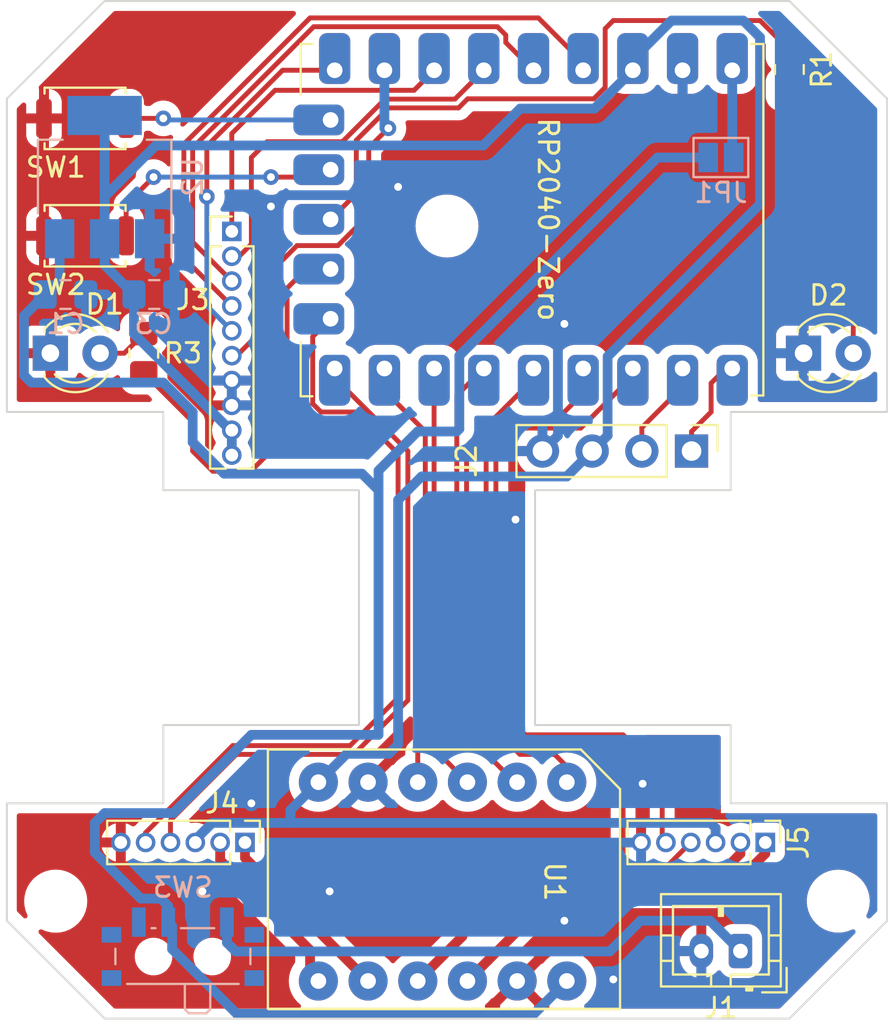
<source format=kicad_pcb>
(kicad_pcb (version 20211014) (generator pcbnew)
  (layers (0 "F.Cu" signal) (31 "B.Cu" signal) (34 "B.Paste" user) (35 "F.Paste" user) (36 "B.SilkS" user "B.Silkscreen") (37 "F.SilkS" user "F.Silkscreen") (38 "B.Mask" user) (39 "F.Mask" user) (44 "Edge.Cuts" user))
  (net 0 "")
  (net 1 "GND")
  (net 2 "Net-(D1-Pad2)")
  (net 3 "Net-(D2-Pad2)")
  (net 4 "+BATT")
  (net 5 "Net-(J1-Pad1)")
  (net 6 "TX")
  (net 7 "+3V3")
  (net 8 "GP7")
  (net 9 "GP6")
  (net 10 "GP9")
  (net 11 "GP8")
  (net 12 "RX")
  (net 13 "GP2")
  (net 14 "GP3")
  (net 15 "GP4")
  (net 16 "GP5")
  (net 17 "A0")
  (net 18 "Net-(J4-Pad2)")
  (net 19 "Net-(J4-Pad1)")
  (net 20 "Net-(J5-Pad2)")
  (net 21 "Net-(J5-Pad1)")
  (net 22 "A1")
  (net 23 "A2")
  (net 24 "A3")
  (net 25 "GP14")
  (net 26 "GP15")
  (net 27 "Net-(RZ1-Pad23)")
  (net 28 "GP11")
  (net 29 "GP10")
  (net 30 "GP12")
  (net 31 "GP13")
  (footprint "Button_Switch_SMD:SW_Push_SPST_NO_Alps_SKRK" (layer "F.Cu") (at 111.5 85 180)
    (fp_text reference "SW1" (at 1.5 -2.5) (layer "F.SilkS"))
    (fp_text value "SW_Push" hide)
    (fp_line (start -2.07 -1.57) (end 2.07 -1.57) (layer "F.SilkS") (width 0.12))
    (fp_line (start -2.07 1.57) (end -2.07 1.27) (layer "F.SilkS") (width 0.12))
    (fp_line (start -2.07 -1.27) (end -2.07 -1.57) (layer "F.SilkS") (width 0.12))
    (fp_line (start 2.07 -1.57) (end 2.07 -1.27) (layer "F.SilkS") (width 0.12))
    (fp_line (start 2.07 1.57) (end -2.07 1.57) (layer "F.SilkS") (width 0.12))
    (fp_line (start 2.07 1.27) (end 2.07 1.57) (layer "F.SilkS") (width 0.12))
    (pad "1" smd roundrect (at -2.1 0 180) (size 0.8 2) (layers "F.Cu" "F.Paste" "F.Mask") (net 31 "GP13"))
    (pad "2" smd roundrect (at 2.1 0 180) (size 0.8 2) (layers "F.Cu" "F.Paste" "F.Mask") (net 1 "GND"))
  )
  (footprint "LED_THT:LED_D3.0mm" (layer "F.Cu") (at 148.225 97)
    (fp_text reference "D2" (at 1.27 -2.96) (layer "F.SilkS"))
    (fp_text value "LED" hide)
    (fp_line (start -0.29 1.08) (end -0.29 1.236) (layer "F.SilkS") (width 0.12))
    (fp_line (start -0.29 -1.236) (end -0.29 -1.08) (layer "F.SilkS") (width 0.12))
    (fp_arc (start 0.229039 -1.08) (mid 1.270117 -1.5) (end 2.31113 -1.079837) (layer "F.SilkS") (width 0.12))
    (fp_arc (start -0.29 -1.235516) (mid 1.366487 -1.987659) (end 2.942335 -1.078608) (layer "F.SilkS") (width 0.12))
    (fp_arc (start 2.31113 1.079837) (mid 1.270117 1.5) (end 0.229039 1.08) (layer "F.SilkS") (width 0.12))
    (fp_arc (start 2.942335 1.078608) (mid 1.366487 1.987659) (end -0.29 1.235516) (layer "F.SilkS") (width 0.12))
    (pad "1" thru_hole rect (at 0 0) (size 1.8 1.8) (drill 0.9) (layers *.Cu *.Mask) (net 1 "GND"))
    (pad "2" thru_hole circle (at 2.54 0) (size 1.8 1.8) (drill 0.9) (layers *.Cu *.Mask) (net 3 "Net-(D2-Pad2)"))
  )
  (footprint "Connector_PinHeader_1.27mm:PinHeader_1x10_P1.27mm_Vertical" (layer "F.Cu") (at 119 90.775)
    (fp_text reference "J3" (at -2 3.5) (layer "F.SilkS"))
    (fp_text value "Sensors")
    (fp_line (start -1.11 0.76) (end -0.563471 0.76) (layer "F.SilkS") (width 0.12))
    (fp_line (start -1.11 12.125) (end -0.30753 12.125) (layer "F.SilkS") (width 0.12))
    (fp_line (start 1.11 0.76) (end 1.11 12.125) (layer "F.SilkS") (width 0.12))
    (fp_line (start 0.563471 0.76) (end 1.11 0.76) (layer "F.SilkS") (width 0.12))
    (fp_line (start -1.11 -0.76) (end 0 -0.76) (layer "F.SilkS") (width 0.12))
    (fp_line (start 0.30753 12.125) (end 1.11 12.125) (layer "F.SilkS") (width 0.12))
    (fp_line (start -1.11 0) (end -1.11 -0.76) (layer "F.SilkS") (width 0.12))
    (fp_line (start -1.11 0.76) (end -1.11 12.125) (layer "F.SilkS") (width 0.12))
    (pad "1" thru_hole rect (at 0 0) (size 1 1) (drill 0.65) (layers *.Cu *.Mask) (net 17 "A0"))
    (pad "2" thru_hole oval (at 0 1.27) (size 1 1) (drill 0.65) (layers *.Cu *.Mask) (net 22 "A1"))
    (pad "3" thru_hole oval (at 0 2.54) (size 1 1) (drill 0.65) (layers *.Cu *.Mask) (net 23 "A2"))
    (pad "4" thru_hole oval (at 0 3.81) (size 1 1) (drill 0.65) (layers *.Cu *.Mask) (net 24 "A3"))
    (pad "5" thru_hole oval (at 0 5.08) (size 1 1) (drill 0.65) (layers *.Cu *.Mask) (net 25 "GP14"))
    (pad "6" thru_hole oval (at 0 6.35) (size 1 1) (drill 0.65) (layers *.Cu *.Mask) (net 26 "GP15"))
    (pad "7" thru_hole oval (at 0 7.62) (size 1 1) (drill 0.65) (layers *.Cu *.Mask) (net 1 "GND"))
    (pad "8" thru_hole oval (at 0 8.89) (size 1 1) (drill 0.65) (layers *.Cu *.Mask) (net 1 "GND"))
    (pad "9" thru_hole oval (at 0 10.16) (size 1 1) (drill 0.65) (layers *.Cu *.Mask) (net 7 "+3V3"))
    (pad "10" thru_hole oval (at 0 11.43) (size 1 1) (drill 0.65) (layers *.Cu *.Mask) (net 7 "+3V3"))
  )
  (footprint "MountingHole:MountingHole_2.2mm_M2" (layer "F.Cu") (at 130 90.5)
    (fp_text reference "REFH1" hide)
    (fp_text value "MountingHole_2.2mm_M2" hide)
    (pad "" np_thru_hole circle locked (at 0 0) (size 2.2 2.2) (drill 2.2) (layers *.Cu *.Mask))
  )
  (footprint "Button_Switch_SMD:SW_Push_SPST_NO_Alps_SKRK" (layer "F.Cu") (at 111.5 91 180)
    (fp_text reference "SW2" (at 1.5 -2.5) (layer "F.SilkS"))
    (fp_text value "SW_Push" hide)
    (fp_line (start -2.07 1.57) (end -2.07 1.27) (layer "F.SilkS") (width 0.12))
    (fp_line (start 2.07 1.57) (end -2.07 1.57) (layer "F.SilkS") (width 0.12))
    (fp_line (start -2.07 -1.57) (end 2.07 -1.57) (layer "F.SilkS") (width 0.12))
    (fp_line (start 2.07 1.27) (end 2.07 1.57) (layer "F.SilkS") (width 0.12))
    (fp_line (start 2.07 -1.57) (end 2.07 -1.27) (layer "F.SilkS") (width 0.12))
    (fp_line (start -2.07 -1.27) (end -2.07 -1.57) (layer "F.SilkS") (width 0.12))
    (pad "1" smd roundrect (at -2.1 0 180) (size 0.8 2) (layers "F.Cu" "F.Paste" "F.Mask") (net 30 "GP12"))
    (pad "2" smd roundrect (at 2.1 0 180) (size 0.8 2) (layers "F.Cu" "F.Paste" "F.Mask") (net 1 "GND"))
  )
  (footprint "MountingHole:MountingHole_2.2mm_M2" (layer "F.Cu") (at 150 125)
    (fp_text reference "REFH3" hide)
    (fp_text value "MountingHole_2.2mm_M2" hide)
    (pad "" np_thru_hole circle locked (at 0 0) (size 2.2 2.2) (drill 2.2) (layers *.Cu *.Mask))
  )
  (footprint "Connector_PinHeader_2.54mm:PinHeader_1x04_P2.54mm_Vertical" (layer "F.Cu") (at 142.5 102 -90)
    (fp_text reference "J2" (at 0.5 11.5 90) (layer "F.SilkS"))
    (fp_text value "Serial")
    (fp_line (start -1.33 1.27) (end 1.33 1.27) (layer "F.SilkS") (width 0.12))
    (fp_line (start -1.33 -1.33) (end 0 -1.33) (layer "F.SilkS") (width 0.12))
    (fp_line (start -1.33 1.27) (end -1.33 8.95) (layer "F.SilkS") (width 0.12))
    (fp_line (start -1.33 8.95) (end 1.33 8.95) (layer "F.SilkS") (width 0.12))
    (fp_line (start -1.33 0) (end -1.33 -1.33) (layer "F.SilkS") (width 0.12))
    (fp_line (start 1.33 1.27) (end 1.33 8.95) (layer "F.SilkS") (width 0.12))
    (pad "1" thru_hole rect (at 0 0 270) (size 1.7 1.7) (drill 1) (layers *.Cu *.Mask) (net 6 "TX"))
    (pad "2" thru_hole oval (at 0 2.54 270) (size 1.7 1.7) (drill 1) (layers *.Cu *.Mask) (net 12 "RX"))
    (pad "3" thru_hole oval (at 0 5.08 270) (size 1.7 1.7) (drill 1) (layers *.Cu *.Mask) (net 7 "+3V3"))
    (pad "4" thru_hole oval (at 0 7.62 270) (size 1.7 1.7) (drill 1) (layers *.Cu *.Mask) (net 1 "GND"))
  )
  (footprint "RP2040-Zero-Kicad:RP2040-Zero" (layer "F.Cu") (at 121.72 80 -90)
    (fp_text reference "RZ1")
    (fp_text value "RP2040-Zero" (at 10.16 -13.45 -90 unlocked) (layer "F.SilkS"))
    (fp_line (start 3.8 -0.8) (end 1.2 -0.8) (layer "F.SilkS") (width 0.12))
    (fp_line (start 1.2 -0.8) (end 1.2 -1.4) (layer "F.SilkS") (width 0.12))
    (fp_line (start 1.2 -24.45) (end 1.2 -23.8) (layer "F.SilkS") (width 0.12))
    (fp_line (start 19.16 -24.45) (end 19.16 -23.8) (layer "F.SilkS") (width 0.12))
    (fp_line (start 19.2 -1.4) (end 19.2 -0.8) (layer "F.SilkS") (width 0.12))
    (fp_line (start 19.16 -24.45) (end 1.2 -24.45) (layer "F.SilkS") (width 0.12))
    (fp_line (start 19.2 -0.8) (end 16.4 -0.8) (layer "F.SilkS") (width 0.12))
    (pad "1" thru_hole roundrect (at 17.78 -22.86 270) (size 2.6 1.6) (drill 0.8 (offset 0.6 0)) (layers *.Cu *.Mask) (net 6 "TX"))
    (pad "2" thru_hole roundrect (at 17.78 -20.32 270) (size 2.6 1.6) (drill 0.8 (offset 0.6 0)) (layers *.Cu *.Mask) (net 12 "RX"))
    (pad "3" thru_hole roundrect (at 17.78 -17.78 270) (size 2.6 1.6) (drill 0.8 (offset 0.6 0)) (layers *.Cu *.Mask) (net 13 "GP2"))
    (pad "4" thru_hole roundrect (at 17.78 -15.24 270) (size 2.6 1.6) (drill 0.8 (offset 0.6 0)) (layers *.Cu *.Mask) (net 14 "GP3"))
    (pad "5" thru_hole roundrect (at 17.78 -12.7 270) (size 2.6 1.6) (drill 0.8 (offset 0.6 0)) (layers *.Cu *.Mask) (net 15 "GP4"))
    (pad "6" thru_hole roundrect (at 17.78 -10.16 270) (size 2.6 1.6002) (drill 0.8 (offset 0.6 0)) (layers *.Cu *.Mask) (net 16 "GP5"))
    (pad "7" thru_hole roundrect (at 17.78 -7.62 270) (size 2.6 1.6002) (drill 0.8 (offset 0.6 0)) (layers *.Cu *.Mask) (net 9 "GP6"))
    (pad "8" thru_hole roundrect (at 17.78 -5.08 270) (size 2.6 1.6002) (drill 0.8 (offset 0.6 0)) (layers *.Cu *.Mask) (net 8 "GP7"))
    (pad "9" thru_hole roundrect (at 17.78 -2.54 270) (size 2.6 1.6002) (drill 0.8 (offset 0.6 0)) (layers *.Cu *.Mask) (net 11 "GP8"))
    (pad "10" thru_hole roundrect (at 15.24 -2.33 270) (size 1.6 2.6) (drill 0.8 (offset 0 0.6)) (layers *.Cu *.Mask) (net 10 "GP9"))
    (pad "11" thru_hole roundrect (at 12.7 -2.33 270) (size 1.5748 2.6) (drill 0.8 (offset 0 0.6)) (layers *.Cu *.Mask) (net 29 "GP10"))
    (pad "12" thru_hole roundrect (at 10.16 -2.33 270) (size 1.5748 2.6) (drill 0.8 (offset 0 0.6)) (layers *.Cu *.Mask) (net 28 "GP11"))
    (pad "13" thru_hole roundrect (at 7.62 -2.33 270) (size 1.5748 2.6) (drill 0.8 (offset 0 0.6)) (layers *.Cu *.Mask) (net 30 "GP12"))
    (pad "14" thru_hole roundrect (at 5.08 -2.33 270) (size 1.5748 2.6) (drill 0.8 (offset 0 0.6)) (layers *.Cu *.Mask) (net 31 "GP13"))
    (pad "15" thru_hole roundrect (at 2.54 -2.54 270) (size 2.6 1.6002) (drill 0.8 (offset -0.6 0)) (layers *.Cu *.Mask) (net 25 "GP14"))
    (pad "16" thru_hole roundrect (at 2.54 -5.08 270) (size 2.6 1.6002) (drill 0.8 (offset -0.6 0)) (layers *.Cu *.Mask) (net 26 "GP15"))
    (pad "17" thru_hole roundrect (at 2.54 -7.62 270) (size 2.6 1.6002) (drill 0.8 (offset -0.6 0)) (layers *.Cu *.Mask) (net 17 "A0"))
    (pad "18" thru_hole roundrect (at 2.54 -10.16 270) (size 2.6 1.6002) (drill 0.8 (offset -0.6 0)) (layers *.Cu *.Mask) (net 22 "A1"))
    (pad "19" thru_hole roundrect (at 2.54 -12.7 270) (size 2.6 1.6002) (drill 0.8 (offset -0.6 0)) (layers *.Cu *.Mask) (net 23 "A2"))
    (pad "20" thru_hole roundrect (at 2.54 -15.24 270) (size 2.6 1.6002) (drill 0.8 (offset -0.6 0)) (layers *.Cu *.Mask) (net 24 "A3"))
    (pad "21" thru_hole roundrect (at 2.54 -17.78 270) (size 2.6 1.6002) (drill 0.8 (offset -0.6 0)) (layers *.Cu *.Mask) (net 7 "+3V3"))
    (pad "22" thru_hole roundrect (at 2.54 -20.32 270) (size 2.6 1.6002) (drill 0.8 (offset -0.6 0)) (layers *.Cu *.Mask) (net 1 "GND"))
    (pad "23" thru_hole roundrect (at 2.54 -22.86 270) (size 2.6 1.6002) (drill 0.8 (offset -0.6 0)) (layers *.Cu *.Mask) (net 27 "Net-(RZ1-Pad23)"))
  )
  (footprint "Connector_PinHeader_1.27mm:PinHeader_1x06_P1.27mm_Vertical" (layer "F.Cu") (at 119.675 122 -90)
    (fp_text reference "J4" (at -2 1.175 180) (layer "F.SilkS"))
    (fp_text value "MotorA")
    (fp_line (start -1.11 -0.76) (end 0 -0.76) (layer "F.SilkS") (width 0.12))
    (fp_line (start -1.11 0.76) (end -0.563471 0.76) (layer "F.SilkS") (width 0.12))
    (fp_line (start 0.563471 0.76) (end 1.11 0.76) (layer "F.SilkS") (width 0.12))
    (fp_line (start 0.30753 7.045) (end 1.11 7.045) (layer "F.SilkS") (width 0.12))
    (fp_line (start -1.11 0.76) (end -1.11 7.045) (layer "F.SilkS") (width 0.12))
    (fp_line (start 1.11 0.76) (end 1.11 7.045) (layer "F.SilkS") (width 0.12))
    (fp_line (start -1.11 7.045) (end -0.30753 7.045) (layer "F.SilkS") (width 0.12))
    (fp_line (start -1.11 0) (end -1.11 -0.76) (layer "F.SilkS") (width 0.12))
    (pad "1" thru_hole rect (at 0 0 270) (size 1 1) (drill 0.65) (layers *.Cu *.Mask) (net 19 "Net-(J4-Pad1)"))
    (pad "2" thru_hole oval (at 0 1.27 270) (size 1 1) (drill 0.65) (layers *.Cu *.Mask) (net 18 "Net-(J4-Pad2)"))
    (pad "3" thru_hole oval (at 0 2.54 270) (size 1 1) (drill 0.65) (layers *.Cu *.Mask) (net 7 "+3V3"))
    (pad "4" thru_hole oval (at 0 3.81 270) (size 1 1) (drill 0.65) (layers *.Cu *.Mask) (net 11 "GP8"))
    (pad "5" thru_hole oval (at 0 5.08 270) (size 1 1) (drill 0.65) (layers *.Cu *.Mask) (net 10 "GP9"))
    (pad "6" thru_hole oval (at 0 6.35 270) (size 1 1) (drill 0.65) (layers *.Cu *.Mask) (net 1 "GND"))
  )
  (footprint "Connector_PinHeader_1.27mm:PinHeader_1x06_P1.27mm_Vertical" (layer "F.Cu") (at 146.27 122 -90)
    (fp_text reference "J5" (at 0 -1.695 90) (layer "F.SilkS"))
    (fp_text value "MotorB")
    (fp_line (start -1.11 0.76) (end -0.563471 0.76) (layer "F.SilkS") (width 0.12))
    (fp_line (start -1.11 0) (end -1.11 -0.76) (layer "F.SilkS") (width 0.12))
    (fp_line (start -1.11 7.045) (end -0.30753 7.045) (layer "F.SilkS") (width 0.12))
    (fp_line (start -1.11 0.76) (end -1.11 7.045) (layer "F.SilkS") (width 0.12))
    (fp_line (start 0.563471 0.76) (end 1.11 0.76) (layer "F.SilkS") (width 0.12))
    (fp_line (start 1.11 0.76) (end 1.11 7.045) (layer "F.SilkS") (width 0.12))
    (fp_line (start 0.30753 7.045) (end 1.11 7.045) (layer "F.SilkS") (width 0.12))
    (fp_line (start -1.11 -0.76) (end 0 -0.76) (layer "F.SilkS") (width 0.12))
    (pad "1" thru_hole rect (at 0 0 270) (size 1 1) (drill 0.65) (layers *.Cu *.Mask) (net 21 "Net-(J5-Pad1)"))
    (pad "2" thru_hole oval (at 0 1.27 270) (size 1 1) (drill 0.65) (layers *.Cu *.Mask) (net 20 "Net-(J5-Pad2)"))
    (pad "3" thru_hole oval (at 0 2.54 270) (size 1 1) (drill 0.65) (layers *.Cu *.Mask) (net 7 "+3V3"))
    (pad "4" thru_hole oval (at 0 3.81 270) (size 1 1) (drill 0.65) (layers *.Cu *.Mask) (net 14 "GP3"))
    (pad "5" thru_hole oval (at 0 5.08 270) (size 1 1) (drill 0.65) (layers *.Cu *.Mask) (net 13 "GP2"))
    (pad "6" thru_hole oval (at 0 6.35 270) (size 1 1) (drill 0.65) (layers *.Cu *.Mask) (net 1 "GND"))
  )
  (footprint "Resistor_SMD:R_0805_2012Metric_Pad1.20x1.40mm_HandSolder" (layer "F.Cu") (at 147.5 82.5 -90)
    (fp_text reference "R1" (at 0 -1.65 90) (layer "F.SilkS"))
    (fp_text value "220R")
    (fp_line (start -0.227064 0.735) (end 0.227064 0.735) (layer "F.SilkS") (width 0.12))
    (fp_line (start -0.227064 -0.735) (end 0.227064 -0.735) (layer "F.SilkS") (width 0.12))
    (pad "1" smd roundrect (at -1 0 270) (size 1.2 1.4) (layers "F.Cu" "F.Paste" "F.Mask") (roundrect_rratio 0.208333) (net 28 "GP11"))
    (pad "2" smd roundrect (at 1 0 270) (size 1.2 1.4) (layers "F.Cu" "F.Paste" "F.Mask") (roundrect_rratio 0.208333) (net 3 "Net-(D2-Pad2)"))
  )
  (footprint "Connector_JST:JST_PH_B2B-PH-K_1x02_P2.00mm_Vertical" (layer "F.Cu") (at 145 127.55 180)
    (fp_text reference "J1" (at 1 -2.9 180) (layer "F.SilkS"))
    (fp_text value "Power")
    (fp_line (start -2.06 -1.81) (end -2.06 2.91) (layer "F.SilkS") (width 0.12))
    (fp_line (start 4.06 -1.81) (end -2.06 -1.81) (layer "F.SilkS") (width 0.12))
    (fp_line (start -1.11 -2.11) (end -2.36 -2.11) (layer "F.SilkS") (width 0.12))
    (fp_line (start -1.45 -1.2) (end -1.45 2.3) (layer "F.SilkS") (width 0.12))
    (fp_line (start 4.06 2.91) (end 4.06 -1.81) (layer "F.SilkS") (width 0.12))
    (fp_line (start -2.06 0.8) (end -1.45 0.8) (layer "F.SilkS") (width 0.12))
    (fp_line (start 4.06 -0.5) (end 3.45 -0.5) (layer "F.SilkS") (width 0.12))
    (fp_line (start 4.06 0.8) (end 3.45 0.8) (layer "F.SilkS") (width 0.12))
    (fp_line (start 1.1 1.8) (end 1.1 2.3) (layer "F.SilkS") (width 0.12))
    (fp_line (start -2.36 -2.11) (end -2.36 -0.86) (layer "F.SilkS") (width 0.12))
    (fp_line (start 1 2.3) (end 1 1.8) (layer "F.SilkS") (width 0.12))
    (fp_line (start -0.3 -1.91) (end -0.6 -1.91) (layer "F.SilkS") (width 0.12))
    (fp_line (start -0.3 -2.01) (end -0.6 -2.01) (layer "F.SilkS") (width 0.12))
    (fp_line (start 0.9 2.3) (end 0.9 1.8) (layer "F.SilkS") (width 0.12))
    (fp_line (start 0.9 1.8) (end 1.1 1.8) (layer "F.SilkS") (width 0.12))
    (fp_line (start 1.5 -1.2) (end 1.5 -1.81) (layer "F.SilkS") (width 0.12))
    (fp_line (start 3.45 2.3) (end 3.45 -1.2) (layer "F.SilkS") (width 0.12))
    (fp_line (start -0.3 -1.81) (end -0.3 -2.01) (layer "F.SilkS") (width 0.12))
    (fp_line (start -1.45 2.3) (end 3.45 2.3) (layer "F.SilkS") (width 0.12))
    (fp_line (start 0.5 -1.81) (end 0.5 -1.2) (layer "F.SilkS") (width 0.12))
    (fp_line (start 0.5 -1.2) (end -1.45 -1.2) (layer "F.SilkS") (width 0.12))
    (fp_line (start 3.45 -1.2) (end 1.5 -1.2) (layer "F.SilkS") (width 0.12))
    (fp_line (start -2.06 -0.5) (end -1.45 -0.5) (layer "F.SilkS") (width 0.12))
    (fp_line (start -2.06 2.91) (end 4.06 2.91) (layer "F.SilkS") (width 0.12))
    (fp_line (start -0.6 -2.01) (end -0.6 -1.81) (layer "F.SilkS") (width 0.12))
    (pad "1" thru_hole roundrect (at 0 0 180) (size 1.2 1.75) (drill 0.75) (layers *.Cu *.Mask) (roundrect_rratio 0.208333) (net 5 "Net-(J1-Pad1)"))
    (pad "2" thru_hole oval (at 2 0 180) (size 1.2 1.75) (drill 0.75) (layers *.Cu *.Mask) (net 1 "GND"))
  )
  (footprint "Resistor_SMD:R_0805_2012Metric_Pad1.20x1.40mm_HandSolder" (layer "F.Cu") (at 114.5 97 90)
    (fp_text reference "R3" (at 0 2) (layer "F.SilkS"))
    (fp_text value "220R")
    (fp_line (start -0.227064 -0.735) (end 0.227064 -0.735) (layer "F.SilkS") (width 0.12))
    (fp_line (start -0.227064 0.735) (end 0.227064 0.735) (layer "F.SilkS") (width 0.12))
    (pad "1" smd roundrect (at -1 0 90) (size 1.2 1.4) (layers "F.Cu" "F.Paste" "F.Mask") (roundrect_rratio 0.208333) (net 29 "GP10"))
    (pad "2" smd roundrect (at 1 0 90) (size 1.2 1.4) (layers "F.Cu" "F.Paste" "F.Mask") (roundrect_rratio 0.208333) (net 2 "Net-(D1-Pad2)"))
  )
  (footprint "MyMotorDrivers:DFROBOT_HR8833" (layer "F.Cu") (at 118.345 124 -90)
    (fp_text reference "U1" (at 0 -17.155 -90 unlocked) (layer "F.SilkS"))
    (fp_text value "DFROBOT_HR8833")
    (fp_line (start -6.75 -18.5) (end -6.75 -2.54) (layer "F.SilkS") (width 0.12))
    (fp_line (start -4.73 -20.5) (end 6.52 -20.5) (layer "F.SilkS") (width 0.12))
    (fp_line (start -6.75 -18.5) (end -4.73 -20.5) (layer "F.SilkS") (width 0.12))
    (fp_rect (start 6.5 -2.54) (end 6.52 -20.5) (layer "F.SilkS") (width 0.12) (fill none))
    (fp_rect (start -6.75 -2.5) (end 6.5 -2.5) (layer "F.SilkS") (width 0.12) (fill none))
    (pad "1" thru_hole circle (at -5.08 -17.78 270) (size 2 2) (drill 0.8) (layers *.Cu *.Mask) (net 15 "GP4"))
    (pad "2" thru_hole circle (at -5.08 -15.24 270) (size 2 2) (drill 0.8) (layers *.Cu *.Mask) (net 16 "GP5"))
    (pad "3" thru_hole circle (at -5.08 -12.7 270) (size 2 2) (drill 0.8) (layers *.Cu *.Mask) (net 9 "GP6"))
    (pad "4" thru_hole circle (at -5.08 -10.16 270) (size 2 2) (drill 0.8) (layers *.Cu *.Mask) (net 8 "GP7"))
    (pad "5" thru_hole circle (at -5.08 -7.62 270) (size 2 2) (drill 0.8) (layers *.Cu *.Mask) (net 1 "GND"))
    (pad "6" thru_hole circle (at -5.08 -5.08 270) (size 2 2) (drill 0.8) (layers *.Cu *.Mask) (net 7 "+3V3"))
    (pad "7" thru_hole circle (at 5.08 -5.08 270) (size 2 2) (drill 0.8) (layers *.Cu *.Mask) (net 18 "Net-(J4-Pad2)"))
    (pad "8" thru_hole circle (at 5.08 -7.62 270) (size 2 2) (drill 0.8) (layers *.Cu *.Mask) (net 19 "Net-(J4-Pad1)"))
    (pad "9" thru_hole circle (at 5.08 -10.16 270) (size 2 2) (drill 0.8) (layers *.Cu *.Mask) (net 20 "Net-(J5-Pad2)"))
    (pad "10" thru_hole circle (at 5.08 -12.7 270) (size 2 2) (drill 0.8) (layers *.Cu *.Mask) (net 21 "Net-(J5-Pad1)"))
    (pad "11" thru_hole circle (at 5.08 -15.24 270) (size 2 2) (drill 0.8) (layers *.Cu *.Mask) (net 1 "GND"))
    (pad "12" thru_hole circle (at 5.08 -17.78 270) (size 2 2) (drill 0.8) (layers *.Cu *.Mask) (net 4 "+BATT"))
  )
  (footprint "LED_THT:LED_D3.0mm" (layer "F.Cu") (at 109.725 97)
    (fp_text reference "D1" (at 2.775 -2.5) (layer "F.SilkS"))
    (fp_text value "LED" hide)
    (fp_line (start -0.29 1.08) (end -0.29 1.236) (layer "F.SilkS") (width 0.12))
    (fp_line (start -0.29 -1.236) (end -0.29 -1.08) (layer "F.SilkS") (width 0.12))
    (fp_arc (start -0.29 -1.235516) (mid 1.366487 -1.987659) (end 2.942335 -1.078608) (layer "F.SilkS") (width 0.12))
    (fp_arc (start 2.942335 1.078608) (mid 1.366487 1.987659) (end -0.29 1.235516) (layer "F.SilkS") (width 0.12))
    (fp_arc (start 2.31113 1.079837) (mid 1.270117 1.5) (end 0.229039 1.08) (layer "F.SilkS") (width 0.12))
    (fp_arc (start 0.229039 -1.08) (mid 1.270117 -1.5) (end 2.31113 -1.079837) (layer "F.SilkS") (width 0.12))
    (pad "1" thru_hole rect (at 0 0) (size 1.8 1.8) (drill 0.9) (layers *.Cu *.Mask) (net 1 "GND"))
    (pad "2" thru_hole circle (at 2.54 0) (size 1.8 1.8) (drill 0.9) (layers *.Cu *.Mask) (net 2 "Net-(D1-Pad2)"))
  )
  (footprint "MountingHole:MountingHole_2.2mm_M2" (layer "F.Cu") (at 110 125)
    (fp_text reference "REFH2" hide)
    (fp_text value "MountingHole_2.2mm_M2" hide)
    (pad "" np_thru_hole circle locked (at 0 0) (size 2.2 2.2) (drill 2.2) (layers *.Cu *.Mask))
  )
  (footprint "Capacitor_SMD:C_0805_2012Metric_Pad1.18x1.45mm_HandSolder" (layer "B.Cu") (at 115.0375 94)
    (fp_text reference "C3" (at -0.0375 1.5) (layer "B.SilkS") (effects (justify mirror)))
    (fp_text value "4.7uF")
    (fp_line (start -0.261252 0.735) (end 0.261252 0.735) (layer "B.SilkS") (width 0.12))
    (fp_line (start -0.261252 -0.735) (end 0.261252 -0.735) (layer "B.SilkS") (width 0.12))
    (pad "1" smd roundrect (at -1.0375 0) (size 1.175 1.45) (layers "B.Cu" "B.Paste" "B.Mask") (roundrect_rratio 0.212766) (net 7 "+3V3"))
    (pad "2" smd roundrect (at 1.0375 0) (size 1.175 1.45) (layers "B.Cu" "B.Paste" "B.Mask") (roundrect_rratio 0.212766) (net 1 "GND"))
  )
  (footprint "Package_TO_SOT_SMD:SOT-223-3_TabPin2" (layer "B.Cu") (at 112.5 88 90)
    (fp_text reference "U2" (at 0 4.5 90) (layer "B.SilkS") (effects (justify mirror)))
    (fp_text value "AP1117-33")
    (fp_line (start 1.91 3.41) (end 1.91 2.15) (layer "B.SilkS") (width 0.12))
    (fp_line (start -4.1 3.41) (end 1.91 3.41) (layer "B.SilkS") (width 0.12))
    (fp_line (start -1.85 -3.41) (end 1.91 -3.41) (layer "B.SilkS") (width 0.12))
    (fp_line (start 1.91 -3.41) (end 1.91 -2.15) (layer "B.SilkS") (width 0.12))
    (pad "1" smd rect (at -3.15 2.3 90) (size 2 1.5) (layers "B.Cu" "B.Paste" "B.Mask") (net 1 "GND"))
    (pad "2" smd rect (at -3.15 0 90) (size 2 1.5) (layers "B.Cu" "B.Paste" "B.Mask") (net 7 "+3V3"))
    (pad "2" smd rect (at 3.15 0 90) (size 2 3.8) (layers "B.Cu" "B.Paste" "B.Mask") (net 7 "+3V3"))
    (pad "3" smd rect (at -3.15 -2.3 90) (size 2 1.5) (layers "B.Cu" "B.Paste" "B.Mask") (net 4 "+BATT"))
  )
  (footprint "Capacitor_SMD:C_0805_2012Metric_Pad1.18x1.45mm_HandSolder" (layer "B.Cu") (at 110.5 94)
    (fp_text reference "C1" (at 0 1.5) (layer "B.SilkS") (effects (justify mirror)))
    (fp_text value "4.7uF")
    (fp_line (start -0.261252 0.735) (end 0.261252 0.735) (layer "B.SilkS") (width 0.12))
    (fp_line (start -0.261252 -0.735) (end 0.261252 -0.735) (layer "B.SilkS") (width 0.12))
    (pad "1" smd roundrect (at -1.0375 0) (size 1.175 1.45) (layers "B.Cu" "B.Paste" "B.Mask") (roundrect_rratio 0.212766) (net 4 "+BATT"))
    (pad "2" smd roundrect (at 1.0375 0) (size 1.175 1.45) (layers "B.Cu" "B.Paste" "B.Mask") (roundrect_rratio 0.212766) (net 1 "GND"))
  )
  (footprint "Jumper:SolderJumper-2_P1.3mm_Open_Pad1.0x1.5mm" (layer "B.Cu") (at 144 87)
    (fp_text reference "JP1" (at 0 1.8) (layer "B.SilkS") (effects (justify mirror)))
    (fp_text value "Bat-Direct")
    (fp_line (start -1.4 -1) (end -1.4 1) (layer "B.SilkS") (width 0.12))
    (fp_line (start 1.4 -1) (end -1.4 -1) (layer "B.SilkS") (width 0.12))
    (fp_line (start -1.4 1) (end 1.4 1) (layer "B.SilkS") (width 0.12))
    (fp_line (start 1.4 1) (end 1.4 -1) (layer "B.SilkS") (width 0.12))
    (pad "1" smd rect (at -0.65 0) (size 1 1.5) (layers "B.Cu" "B.Mask") (net 4 "+BATT"))
    (pad "2" smd rect (at 0.65 0) (size 1 1.5) (layers "B.Cu" "B.Mask") (net 27 "Net-(RZ1-Pad23)"))
  )
  (footprint "Button_Switch_SMD:SW_SPDT_PCM12" (layer "B.Cu") (at 116.5 127.5 180)
    (fp_text reference "SW3" (at 0 3.2) (layer "B.SilkS") (effects (justify mirror)))
    (fp_text value "ON-OFF")
    (fp_line (start -2.85 -1.73) (end 2.85 -1.73) (layer "B.SilkS") (width 0.12))
    (fp_line (start -1.6 1.12) (end 0.1 1.12) (layer "B.SilkS") (width 0.12))
    (fp_line (start -1.4 -1.73) (end -1.4 -3.02) (layer "B.SilkS") (width 0.12))
    (fp_line (start 1.4 1.12) (end 1.6 1.12) (layer "B.SilkS") (width 0.12))
    (fp_line (start -0.1 -3.02) (end -0.3 -3.23) (layer "B.SilkS") (width 0.12))
    (fp_line (start -3.45 0.07) (end -3.45 -0.72) (layer "B.SilkS") (width 0.12))
    (fp_line (start 3.45 -0.72) (end 3.45 0.07) (layer "B.SilkS") (width 0.12))
    (fp_line (start -1.2 -3.23) (end -0.3 -3.23) (layer "B.SilkS") (width 0.12))
    (fp_line (start -1.4 -3.02) (end -1.2 -3.23) (layer "B.SilkS") (width 0.12))
    (fp_line (start -0.1 -3.02) (end -0.1 -1.73) (layer "B.SilkS") (width 0.12))
    (pad "" np_thru_hole circle (at 1.5 -0.33 180) (size 0.9 0.9) (drill 0.9) (layers *.Cu *.Mask))
    (pad "" np_thru_hole circle (at -1.5 -0.33 180) (size 0.9 0.9) (drill 0.9) (layers *.Cu *.Mask))
    (pad "" smd rect (at 3.65 0.78 180) (size 1 0.8) (layers "B.Cu" "B.Paste" "B.Mask"))
    (pad "" smd rect (at -3.65 -1.43 180) (size 1 0.8) (layers "B.Cu" "B.Paste" "B.Mask"))
    (pad "" smd rect (at 3.65 -1.43 180) (size 1 0.8) (layers "B.Cu" "B.Paste" "B.Mask"))
    (pad "" smd rect (at -3.65 0.78 180) (size 1 0.8) (layers "B.Cu" "B.Paste" "B.Mask"))
    (pad "1" smd rect (at -2.25 1.43 180) (size 0.7 1.5) (layers "B.Cu" "B.Paste" "B.Mask") (net 5 "Net-(J1-Pad1)"))
    (pad "2" smd rect (at 0.75 1.43 180) (size 0.7 1.5) (layers "B.Cu" "B.Paste" "B.Mask") (net 4 "+BATT"))
    (pad "3" smd rect (at 2.25 1.43 180) (size 0.7 1.5) (layers "B.Cu" "B.Paste" "B.Mask"))
  )
  (gr_poly locked (pts (xy 144.5 120) (xy 144.5 116) (xy 134.5 116) (xy 134.5 104) (xy 144.5 104) (xy 144.5 100) (xy 152.5 100) (xy 152.5 84) (xy 147.5 79) (xy 112.5 79) (xy 107.5 84) (xy 107.5 100) (xy 115.5 100) (xy 115.5 104) (xy 125.5 104) (xy 125.5 116) (xy 115.5 116) (xy 115.5 120) (xy 107.5 120) (xy 107.5 126) (xy 112.5 131) (xy 147.5 131) (xy 152.5 126) (xy 152.5 120)) (layer "Edge.Cuts") (width 0.1) (fill none))
  (segment (start 136 126.665) (end 133.585 129.08) (width 0.5) (layer "F.Cu") (net 1))
  (segment (start 136 126) (end 136 126.665) (width 0.5) (layer "F.Cu") (net 1))
  (via (at 136 126) (size 0.8) (drill 0.4) (layers "F.Cu" "B.Cu") (net 1))
  (via (at 117.5 124.5) (size 0.8) (drill 0.4) (layers "F.Cu" "B.Cu") (net 1))
  (via (at 121 89.5) (size 0.8) (drill 0.4) (layers "F.Cu" "B.Cu") (net 1))
  (via (at 138.5 129) (size 0.8) (drill 0.4) (layers "F.Cu" "B.Cu") (net 1))
  (via (at 124 124.5) (size 0.8) (drill 0.4) (layers "F.Cu" "B.Cu") (net 1))
  (via (at 127.5 88.5) (size 0.8) (drill 0.4) (layers "F.Cu" "B.Cu") (net 1))
  (via (at 136 95.5) (size 0.8) (drill 0.4) (layers "F.Cu" "B.Cu") (net 1))
  (via (at 140 119) (size 0.8) (drill 0.4) (layers "F.Cu" "B.Cu") (net 1))
  (via (at 133.5 105.5) (size 0.8) (drill 0.4) (layers "F.Cu" "B.Cu") (net 1))
  (via (at 120 120) (size 0.8) (drill 0.4) (layers "F.Cu" "B.Cu") (net 1))
  (segment (start 121 89.5) (end 121.57692 88.92308) (width 0.5) (layer "B.Cu") (net 1))
  (segment (start 135.66952 101.21048) (end 134.88 102) (width 0.5) (layer "B.Cu") (net 1))
  (segment (start 117.5 124.5) (end 124 124.5) (width 0.5) (layer "B.Cu") (net 1))
  (segment (start 127.07692 88.92308) (end 127.5 88.5) (width 0.5) (layer "B.Cu") (net 1))
  (segment (start 136 95.5) (end 135.66952 95.83048) (width 0.5) (layer "B.Cu") (net 1))
  (segment (start 121.57692 88.92308) (end 127.07692 88.92308) (width 0.5) (layer "B.Cu") (net 1))
  (segment (start 135.66952 95.83048) (end 135.66952 101.21048) (width 0.5) (layer "B.Cu") (net 1))
  (segment (start 113.5 97) (end 114.5 96) (width 0.25) (layer "F.Cu") (net 2))
  (segment (start 112.265 97) (end 113.5 97) (width 0.25) (layer "F.Cu") (net 2))
  (segment (start 147.5 83.5) (end 150.765 86.765) (width 0.25) (layer "F.Cu") (net 3))
  (segment (start 150.765 86.765) (end 150.765 97) (width 0.25) (layer "F.Cu") (net 3))
  (segment (start 125.654511 103.154511) (end 118.606699 103.154511) (width 0.5) (layer "B.Cu") (net 4))
  (segment (start 110.2 91.15) (end 110.2 93.2625) (width 0.5) (layer "B.Cu") (net 4))
  (segment (start 115.370489 124.870489) (end 115.75 125.25) (width 0.5) (layer "B.Cu") (net 4))
  (segment (start 108.75002 98.5) (end 108.375489 98.125469) (width 0.5) (layer "B.Cu") (net 4))
  (segment (start 115.75 126.07) (end 115.949521 126.269521) (width 0.5) (layer "B.Cu") (net 4))
  (segment (start 115.949521 126.269521) (end 115.949521 127.449521) (width 0.5) (layer "B.Cu") (net 4))
  (segment (start 119.24998 130.74998) (end 134.45502 130.74998) (width 0.5) (layer "B.Cu") (net 4))
  (segment (start 114.352677 124.870489) (end 115.370489 124.870489) (width 0.5) (layer "B.Cu") (net 4))
  (segment (start 117 100) (end 115.5 98.5) (width 0.5) (layer "B.Cu") (net 4))
  (segment (start 126.5 103) (end 126.5 116.5) (width 0.5) (layer "B.Cu") (net 4))
  (segment (start 115.5 98.5) (end 108.75002 98.5) (width 0.5) (layer "B.Cu") (net 4))
  (segment (start 116 120.5) (end 112.5 120.5) (width 0.5) (layer "B.Cu") (net 4))
  (segment (start 115.949521 127.449521) (end 119.24998 130.74998) (width 0.5) (layer "B.Cu") (net 4))
  (segment (start 108.375489 95.087011) (end 109.4625 94) (width 0.5) (layer "B.Cu") (net 4))
  (segment (start 120 116.5) (end 116 120.5) (width 0.5) (layer "B.Cu") (net 4))
  (segment (start 112 121) (end 112 122.517812) (width 0.5) (layer "B.Cu") (net 4))
  (segment (start 112 122.517812) (end 114.352677 124.870489) (width 0.5) (layer "B.Cu") (net 4))
  (segment (start 130.5 101) (end 128.5 101) (width 0.5) (layer "B.Cu") (net 4))
  (segment (start 115.75 125.25) (end 115.75 126.07) (width 0.5) (layer "B.Cu") (net 4))
  (segment (start 130.63038 97.128147) (end 130.63038 100.86962) (width 0.5) (layer "B.Cu") (net 4))
  (segment (start 130.63038 100.86962) (end 130.5 101) (width 0.5) (layer "B.Cu") (net 4))
  (segment (start 108.375489 98.125469) (end 108.375489 95.087011) (width 0.5) (layer "B.Cu") (net 4))
  (segment (start 134.45502 130.74998) (end 136.125 129.08) (width 0.5) (layer "B.Cu") (net 4))
  (segment (start 126.5 116.5) (end 120 116.5) (width 0.5) (layer "B.Cu") (net 4))
  (segment (start 128.5 101) (end 126.5 103) (width 0.5) (layer "B.Cu") (net 4))
  (segment (start 110.2 93.2625) (end 109.4625 94) (width 0.5) (layer "B.Cu") (net 4))
  (segment (start 140.758527 87) (end 130.63038 97.128147) (width 0.5) (layer "B.Cu") (net 4))
  (segment (start 118.606699 103.154511) (end 117 101.547812) (width 0.5) (layer "B.Cu") (net 4))
  (segment (start 143.35 87) (end 140.758527 87) (width 0.5) (layer "B.Cu") (net 4))
  (segment (start 126.5 104) (end 125.654511 103.154511) (width 0.5) (layer "B.Cu") (net 4))
  (segment (start 117 101.547812) (end 117 100) (width 0.5) (layer "B.Cu") (net 4))
  (segment (start 112.5 120.5) (end 112 121) (width 0.5) (layer "B.Cu") (net 4))
  (segment (start 138.319531 127.569511) (end 139.889042 126) (width 0.5) (layer "B.Cu") (net 5))
  (segment (start 119.200489 127.569511) (end 138.319531 127.569511) (width 0.5) (layer "B.Cu") (net 5))
  (segment (start 118.75 126.07) (end 118.75 127.119022) (width 0.5) (layer "B.Cu") (net 5))
  (segment (start 118.75 127.119022) (end 119.200489 127.569511) (width 0.5) (layer "B.Cu") (net 5))
  (segment (start 143.45 126) (end 145 127.55) (width 0.5) (layer "B.Cu") (net 5))
  (segment (start 139.889042 126) (end 143.45 126) (width 0.5) (layer "B.Cu") (net 5))
  (segment (start 143.5 100) (end 142.5 101) (width 0.25) (layer "F.Cu") (net 6))
  (segment (start 144.249626 97.78) (end 143.5 98.529626) (width 0.25) (layer "F.Cu") (net 6))
  (segment (start 144.58 97.78) (end 144.249626 97.78) (width 0.25) (layer "F.Cu") (net 6))
  (segment (start 143.5 98.529626) (end 143.5 100) (width 0.25) (layer "F.Cu") (net 6))
  (segment (start 142.5 101) (end 142.5 102) (width 0.25) (layer "F.Cu") (net 6))
  (segment (start 128.700489 103.299511) (end 136.120489 103.299511) (width 0.5) (layer "B.Cu") (net 7))
  (segment (start 146 80.858527) (end 146 89.378598) (width 0.5) (layer "B.Cu") (net 7))
  (segment (start 146 89.378598) (end 138.20952 97.169078) (width 0.5) (layer "B.Cu") (net 7))
  (segment (start 112.5 89) (end 112.5 84.85) (width 0.5) (layer "B.Cu") (net 7))
  (segment (start 143.468553 121) (end 143.73 121.261447) (width 0.5) (layer "B.Cu") (net 7))
  (segment (start 143.73 121.261447) (end 143.73 122) (width 0.5) (layer "B.Cu") (net 7))
  (segment (start 138.20952 101.21048) (end 137.42 102) (width 0.5) (layer "B.Cu") (net 7))
  (segment (start 114 96.007812) (end 114 94) (width 0.5) (layer "B.Cu") (net 7))
  (segment (start 131.854855 86.38308) (end 115.11692 86.38308) (width 0.5) (layer "B.Cu") (net 7))
  (segment (start 124.874511 117.470489) (end 127.029511 117.470489) (width 0.5) (layer "B.Cu") (net 7))
  (segment (start 137.54 84.5) (end 133.737935 84.5) (width 0.5) (layer "B.Cu") (net 7))
  (segment (start 117.135 122) (end 117.135 121.865) (width 0.5) (layer "B.Cu") (net 7))
  (segment (start 136.120489 103.299511) (end 137.42 102) (width 0.5) (layer "B.Cu") (net 7))
  (segment (start 119 102.205) (end 119 101.007812) (width 0.5) (layer "B.Cu") (net 7))
  (segment (start 119 101.007812) (end 114 96.007812) (width 0.5) (layer "B.Cu") (net 7))
  (segment (start 112.5 92.5) (end 112.5 91.15) (width 0.5) (layer "B.Cu") (net 7))
  (segment (start 141.478527 80) (end 145.141473 80) (width 0.5) (layer "B.Cu") (net 7))
  (segment (start 122 121) (end 143.468553 121) (width 0.5) (layer "B.Cu") (net 7))
  (segment (start 145.141473 80) (end 146 80.858527) (width 0.5) (layer "B.Cu") (net 7))
  (segment (start 133.737935 84.5) (end 131.854855 86.38308) (width 0.5) (layer "B.Cu") (net 7))
  (segment (start 139.5 81.978527) (end 139.5 82.54) (width 0.5) (layer "B.Cu") (net 7))
  (segment (start 127.5 116.940978) (end 127.5 104.5) (width 0.5) (layer "B.Cu") (net 7))
  (segment (start 122 121) (end 122 120.345) (width 0.5) (layer "B.Cu") (net 7))
  (segment (start 114 94) (end 112.5 92.5) (width 0.5) (layer "B.Cu") (net 7))
  (segment (start 112.5 91.15) (end 112.5 89) (width 0.5) (layer "B.Cu") (net 7))
  (segment (start 127.5 104.5) (end 128.700489 103.299511) (width 0.5) (layer "B.Cu") (net 7))
  (segment (start 141.478527 80) (end 139.5 81.978527) (width 0.5) (layer "B.Cu") (net 7))
  (segment (start 139.5 82.54) (end 137.54 84.5) (width 0.5) (layer "B.Cu") (net 7))
  (segment (start 138.20952 97.169078) (end 138.20952 101.21048) (width 0.5) (layer "B.Cu") (net 7))
  (segment (start 122 120.345) (end 123.425 118.92) (width 0.5) (layer "B.Cu") (net 7))
  (segment (start 115.11692 86.38308) (end 112.5 89) (width 0.5) (layer "B.Cu") (net 7))
  (segment (start 118 121) (end 122 121) (width 0.5) (layer "B.Cu") (net 7))
  (segment (start 123.425 118.92) (end 124.874511 117.470489) (width 0.5) (layer "B.Cu") (net 7))
  (segment (start 127.029511 117.470489) (end 127.5 117) (width 0.5) (layer "B.Cu") (net 7))
  (segment (start 117.135 121.865) (end 118 121) (width 0.5) (layer "B.Cu") (net 7))
  (segment (start 128.505 117.38548) (end 128.505 118.92) (width 0.25) (layer "F.Cu") (net 8))
  (segment (start 128.89048 117) (end 128.505 117.38548) (width 0.25) (layer "F.Cu") (net 8))
  (segment (start 126.8 97.78) (end 126.8 98.90952) (width 0.25) (layer "F.Cu") (net 8))
  (segment (start 128.89048 101) (end 128.89048 117) (width 0.25) (layer "F.Cu") (net 8))
  (segment (start 126.8 98.90952) (end 128.89048 101) (width 0.25) (layer "F.Cu") (net 8))
  (segment (start 129.34 97.78) (end 129.34 117.215) (width 0.25) (layer "F.Cu") (net 9))
  (segment (start 129.34 117.215) (end 131.045 118.92) (width 0.25) (layer "F.Cu") (net 9))
  (segment (start 123.559824 100.00452) (end 123.13538 99.580076) (width 0.25) (layer "F.Cu") (net 10))
  (segment (start 125.049881 117.05048) (end 127.5 114.600361) (width 0.25) (layer "F.Cu") (net 10))
  (segment (start 127.5 114.600361) (end 127.5 102.135718) (width 0.25) (layer "F.Cu") (net 10))
  (segment (start 123.13538 99.580076) (end 123.13538 96.15462) (width 0.25) (layer "F.Cu") (net 10))
  (segment (start 125.368802 100.00452) (end 123.559824 100.00452) (width 0.25) (layer "F.Cu") (net 10))
  (segment (start 114.595 121.5) (end 119.04452 117.05048) (width 0.25) (layer "F.Cu") (net 10))
  (segment (start 119.04452 117.05048) (end 125.049881 117.05048) (width 0.25) (layer "F.Cu") (net 10))
  (segment (start 127.5 102.135718) (end 125.368802 100.00452) (width 0.25) (layer "F.Cu") (net 10))
  (segment (start 114.595 122) (end 114.595 121.5) (width 0.25) (layer "F.Cu") (net 10))
  (segment (start 123.13538 96.15462) (end 124.05 95.24) (width 0.25) (layer "F.Cu") (net 10))
  (segment (start 119.230718 117.5) (end 125.236078 117.5) (width 0.25) (layer "F.Cu") (net 11))
  (segment (start 125.236078 117.5) (end 128 114.736078) (width 0.25) (layer "F.Cu") (net 11))
  (segment (start 128 114.736078) (end 128 102) (width 0.25) (layer "F.Cu") (net 11))
  (segment (start 115.865 122) (end 115.865 120.865718) (width 0.25) (layer "F.Cu") (net 11))
  (segment (start 128 102) (end 124.26 98.26) (width 0.25) (layer "F.Cu") (net 11))
  (segment (start 124.26 98.26) (end 124.26 97.78) (width 0.25) (layer "F.Cu") (net 11))
  (segment (start 115.865 120.865718) (end 119.230718 117.5) (width 0.25) (layer "F.Cu") (net 11))
  (segment (start 142.04 98.72) (end 139.96 100.8) (width 0.25) (layer "F.Cu") (net 12))
  (segment (start 139.96 100.8) (end 139.96 102) (width 0.25) (layer "F.Cu") (net 12))
  (segment (start 142.04 97.78) (end 142.04 98.72) (width 0.25) (layer "F.Cu") (net 12))
  (segment (start 134.000001 116.5) (end 132.5 114.999999) (width 0.25) (layer "F.Cu") (net 13))
  (segment (start 136.839137 100.825489) (end 139.5 98.164626) (width 0.25) (layer "F.Cu") (net 13))
  (segment (start 139 116.5) (end 134.000001 116.5) (width 0.25) (layer "F.Cu") (net 13))
  (segment (start 133.193501 100.825489) (end 136.839137 100.825489) (width 0.25) (layer "F.Cu") (net 13))
  (segment (start 141.19 122) (end 141 121.81) (width 0.25) (layer "F.Cu") (net 13))
  (segment (start 141 118.5) (end 139 116.5) (width 0.25) (layer "F.Cu") (net 13))
  (segment (start 141 121.81) (end 141 118.5) (width 0.25) (layer "F.Cu") (net 13))
  (segment (start 132.5 114.999999) (end 132.5 101.51899) (width 0.25) (layer "F.Cu") (net 13))
  (segment (start 139.5 98.164626) (end 139.5 97.78) (width 0.25) (layer "F.Cu") (net 13))
  (segment (start 132.5 101.51899) (end 133.193501 100.825489) (width 0.25) (layer "F.Cu") (net 13))
  (segment (start 136.96 97.78) (end 136.96 99.04) (width 0.25) (layer "F.Cu") (net 14))
  (segment (start 139 123) (end 139.324511 123.324511) (width 0.25) (layer "F.Cu") (net 14))
  (segment (start 139 118.25) (end 139 123) (width 0.25) (layer "F.Cu") (net 14))
  (segment (start 133.864284 117) (end 137.75 117) (width 0.25) (layer "F.Cu") (net 14))
  (segment (start 135.624031 100.375969) (end 133.007303 100.375969) (width 0.25) (layer "F.Cu") (net 14))
  (segment (start 141.135489 123.324511) (end 142.46 122) (width 0.25) (layer "F.Cu") (net 14))
  (segment (start 132 115.135716) (end 133.864284 117) (width 0.25) (layer "F.Cu") (net 14))
  (segment (start 136.96 99.04) (end 135.624031 100.375969) (width 0.25) (layer "F.Cu") (net 14))
  (segment (start 132 101.383272) (end 132 115.135716) (width 0.25) (layer "F.Cu") (net 14))
  (segment (start 137.75 117) (end 139 118.25) (width 0.25) (layer "F.Cu") (net 14))
  (segment (start 139.324511 123.324511) (end 141.135489 123.324511) (width 0.25) (layer "F.Cu") (net 14))
  (segment (start 133.007303 100.375969) (end 132 101.383272) (width 0.25) (layer "F.Cu") (net 14))
  (segment (start 131 101.747556) (end 131 114.771434) (width 0.25) (layer "F.Cu") (net 15))
  (segment (start 133.728566 117.5) (end 135.5 117.5) (width 0.25) (layer "F.Cu") (net 15))
  (segment (start 134.42 98.327556) (end 131 101.747556) (width 0.25) (layer "F.Cu") (net 15))
  (segment (start 136.125 118.125) (end 136.125 118.92) (width 0.25) (layer "F.Cu") (net 15))
  (segment (start 131 114.771434) (end 133.728566 117.5) (width 0.25) (layer "F.Cu") (net 15))
  (segment (start 135.5 117.5) (end 136.125 118.125) (width 0.25) (layer "F.Cu") (net 15))
  (segment (start 134.42 97.78) (end 134.42 98.327556) (width 0.25) (layer "F.Cu") (net 15))
  (segment (start 130.5 99.16) (end 130.5 115.95) (width 0.25) (layer "F.Cu") (net 16))
  (segment (start 131.88 97.78) (end 130.5 99.16) (width 0.25) (layer "F.Cu") (net 16))
  (segment (start 133.47 118.92) (end 133.585 118.92) (width 0.25) (layer "F.Cu") (net 16))
  (segment (start 130.5 115.95) (end 133.47 118.92) (width 0.25) (layer "F.Cu") (net 16))
  (segment (start 129.34 82.54) (end 128.31548 83.56452) (width 0.25) (layer "F.Cu") (net 17))
  (segment (start 119 85.771436) (end 119 90.775) (width 0.25) (layer "F.Cu") (net 17))
  (segment (start 121.206916 83.56452) (end 119 85.771436) (width 0.25) (layer "F.Cu") (net 17))
  (segment (start 128.31548 83.56452) (end 121.206916 83.56452) (width 0.25) (layer "F.Cu") (net 17))
  (segment (start 123.425 129.08) (end 123 128.655) (width 0.5) (layer "F.Cu") (net 18))
  (segment (start 123 127.5) (end 118.405 122.905) (width 0.5) (layer "F.Cu") (net 18))
  (segment (start 123 128.655) (end 123 127.5) (width 0.5) (layer "F.Cu") (net 18))
  (segment (start 118.405 122.905) (end 118.405 122) (width 0.5) (layer "F.Cu") (net 18))
  (segment (start 119.675 122) (end 119.675 122.79) (width 0.5) (layer "F.Cu") (net 19))
  (segment (start 119.675 122.79) (end 125.965 129.08) (width 0.5) (layer "F.Cu") (net 19))
  (segment (start 128.505 129.08) (end 130.78452 126.80048) (width 0.5) (layer "F.Cu") (net 20))
  (segment (start 145 122.572812) (end 145 122) (width 0.5) (layer "F.Cu") (net 20))
  (segment (start 143.673781 123.899031) (end 145 122.572812) (width 0.5) (layer "F.Cu") (net 20))
  (segment (start 130.78452 126.80048) (end 130.78452 126.71548) (width 0.5) (layer "F.Cu") (net 20))
  (segment (start 133.600969 123.899031) (end 143.673781 123.899031) (width 0.5) (layer "F.Cu") (net 20))
  (segment (start 130.78452 126.71548) (end 133.600969 123.899031) (width 0.5) (layer "F.Cu") (net 20))
  (segment (start 135.526449 124.598551) (end 131.045 129.08) (width 0.5) (layer "F.Cu") (net 21))
  (segment (start 144.244262 124.59855) (end 135.526449 124.598551) (width 0.5) (layer "F.Cu") (net 21))
  (segment (start 146.27 122) (end 146.27 122.572812) (width 0.5) (layer "F.Cu") (net 21))
  (segment (start 146.27 122.572812) (end 144.244262 124.59855) (width 0.5) (layer "F.Cu") (net 21))
  (segment (start 126.831676 84.01404) (end 124.653796 86.19192) (width 0.25) (layer "F.Cu") (net 22))
  (segment (start 131.88 82.54) (end 130.40596 84.01404) (width 0.25) (layer "F.Cu") (net 22))
  (segment (start 119.379022 92.045) (end 119 92.045) (width 0.25) (layer "F.Cu") (net 22))
  (segment (start 130.40596 84.01404) (end 126.831676 84.01404) (width 0.25) (layer "F.Cu") (net 22))
  (segment (start 120.80808 86.19192) (end 120 87) (width 0.25) (layer "F.Cu") (net 22))
  (segment (start 120 91.424022) (end 119.379022 92.045) (width 0.25) (layer "F.Cu") (net 22))
  (segment (start 124.653796 86.19192) (end 120.80808 86.19192) (width 0.25) (layer "F.Cu") (net 22))
  (segment (start 120 87) (end 120 91.424022) (width 0.25) (layer "F.Cu") (net 22))
  (segment (start 123.18452 80.31548) (end 117 86.5) (width 0.25) (layer "F.Cu") (net 23))
  (segment (start 133.00462 81.12462) (end 133.00462 80.739924) (width 0.25) (layer "F.Cu") (net 23))
  (segment (start 133.00462 80.739924) (end 132.580176 80.31548) (width 0.25) (layer "F.Cu") (net 23))
  (segment (start 117 86.5) (end 117 91.315) (width 0.25) (layer "F.Cu") (net 23))
  (segment (start 134.42 82.54) (end 133.00462 81.12462) (width 0.25) (layer "F.Cu") (net 23))
  (segment (start 132.580176 80.31548) (end 123.18452 80.31548) (width 0.25) (layer "F.Cu") (net 23))
  (segment (start 117 91.315) (end 119 93.315) (width 0.25) (layer "F.Cu") (net 23))
  (segment (start 116.55048 92.13548) (end 119 94.585) (width 0.25) (layer "F.Cu") (net 24))
  (segment (start 134.670656 79.86596) (end 122.998322 79.86596) (width 0.25) (layer "F.Cu") (net 24))
  (segment (start 136.96 82.54) (end 136.96 82.155304) (width 0.25) (layer "F.Cu") (net 24))
  (segment (start 136.96 82.155304) (end 134.670656 79.86596) (width 0.25) (layer "F.Cu") (net 24))
  (segment (start 122.998322 79.86596) (end 116.55048 86.313802) (width 0.25) (layer "F.Cu") (net 24))
  (segment (start 116.55048 86.313802) (end 116.55048 92.13548) (width 0.25) (layer "F.Cu") (net 24))
  (segment (start 117.7245 86.411218) (end 117.7245 89) (width 0.25) (layer "F.Cu") (net 25))
  (segment (start 121.595718 82.54) (end 117.7245 86.411218) (width 0.25) (layer "F.Cu") (net 25))
  (segment (start 124.26 82.54) (end 121.595718 82.54) (width 0.25) (layer "F.Cu") (net 25))
  (via (at 117.7245 89) (size 0.8) (drill 0.4) (layers "F.Cu" "B.Cu") (net 25))
  (segment (start 117.7245 94.5795) (end 119 95.855) (width 0.25) (layer "B.Cu") (net 25))
  (segment (start 117.7245 89) (end 117.7245 94.5795) (width 0.25) (layer "B.Cu") (net 25))
  (segment (start 127.003017 85.503017) (end 126 86.506034) (width 0.25) (layer "F.Cu") (net 26))
  (segment (start 124.425716 91.5) (end 122.334284 91.5) (width 0.25) (layer "F.Cu") (net 26))
  (segment (start 119.25096 97.125) (end 119 97.125) (width 0.25) (layer "F.Cu") (net 26))
  (segment (start 121.37596 95) (end 119.25096 97.125) (width 0.25) (layer "F.Cu") (net 26))
  (segment (start 126 86.506034) (end 126 89.925716) (width 0.25) (layer "F.Cu") (net 26))
  (segment (start 121.37596 92.458324) (end 121.37596 95) (width 0.25) (layer "F.Cu") (net 26))
  (segment (start 126 89.925716) (end 124.425716 91.5) (width 0.25) (layer "F.Cu") (net 26))
  (segment (start 122.334284 91.5) (end 121.37596 92.458324) (width 0.25) (layer "F.Cu") (net 26))
  (via (at 127.003017 85.503017) (size 0.8) (drill 0.4) (layers "F.Cu" "B.Cu") (net 26))
  (segment (start 127 85.5) (end 127.003017 85.503017) (width 0.5) (layer "B.Cu") (net 26))
  (segment (start 126.8 85.5) (end 127 85.5) (width 0.5) (layer "B.Cu") (net 26))
  (segment (start 126.8 82.54) (end 126.8 85.5) (width 0.5) (layer "B.Cu") (net 26))
  (segment (start 144.58 82.54) (end 144.58 86.93) (width 0.5) (layer "B.Cu") (net 27))
  (segment (start 144.58 86.93) (end 144.65 87) (width 0.5) (layer "B.Cu") (net 27))
  (segment (start 130.592157 84.46356) (end 127.017874 84.46356) (width 0.25) (layer "F.Cu") (net 28))
  (segment (start 138.5 80) (end 138.08462 80.41538) (width 0.25) (layer "F.Cu") (net 28))
  (segment (start 146 80) (end 138.5 80) (width 0.25) (layer "F.Cu") (net 28))
  (segment (start 131.055717 84) (end 130.592157 84.46356) (width 0.25) (layer "F.Cu") (net 28))
  (segment (start 147.5 81.5) (end 146 80) (width 0.25) (layer "F.Cu") (net 28))
  (segment (start 138.08462 83.41538) (end 137.5 84) (width 0.25) (layer "F.Cu") (net 28))
  (segment (start 127.017874 84.46356) (end 125.364614 86.11682) (width 0.25) (layer "F.Cu") (net 28))
  (segment (start 125.364614 88.845386) (end 124.05 90.16) (width 0.25) (layer "F.Cu") (net 28))
  (segment (start 138.08462 80.41538) (end 138.08462 83.41538) (width 0.25) (layer "F.Cu") (net 28))
  (segment (start 125.364614 86.11682) (end 125.364614 88.845386) (width 0.25) (layer "F.Cu") (net 28))
  (segment (start 137.5 84) (end 131.055717 84) (width 0.25) (layer "F.Cu") (net 28))
  (segment (start 119.970489 103.029511) (end 121.82548 101.17452) (width 0.25) (layer "F.Cu") (net 29))
  (segment (start 117 100.5) (end 117 102) (width 0.25) (layer "F.Cu") (net 29))
  (segment (start 121.82548 93.67452) (end 122.8 92.7) (width 0.25) (layer "F.Cu") (net 29))
  (segment (start 122.8 92.7) (end 124.05 92.7) (width 0.25) (layer "F.Cu") (net 29))
  (segment (start 118.029511 103.029511) (end 119.970489 103.029511) (width 0.25) (layer "F.Cu") (net 29))
  (segment (start 121.82548 101.17452) (end 121.82548 93.67452) (width 0.25) (layer "F.Cu") (net 29))
  (segment (start 114.5 98) (end 117 100.5) (width 0.25) (layer "F.Cu") (net 29))
  (segment (start 117 102) (end 118.029511 103.029511) (width 0.25) (layer "F.Cu") (net 29))
  (segment (start 123.67 88) (end 121 88) (width 0.25) (layer "F.Cu") (net 30))
  (segment (start 124.05 87.62) (end 123.67 88) (width 0.25) (layer "F.Cu") (net 30))
  (segment (start 113.6 89.4) (end 113.6 91) (width 0.25) (layer "F.Cu") (net 30))
  (segment (start 115 88) (end 113.6 89.4) (width 0.25) (layer "F.Cu") (net 30))
  (via (at 115 88) (size 0.8) (drill 0.4) (layers "F.Cu" "B.Cu") (net 30))
  (via (at 121 88) (size 0.8) (drill 0.4) (layers "F.Cu" "B.Cu") (net 30))
  (segment (start 121 88) (end 115 88) (width 0.25) (layer "B.Cu") (net 30))
  (segment (start 115.5 85) (end 113.6 85) (width 0.25) (layer "F.Cu") (net 31))
  (via (at 115.5 85) (size 0.8) (drill 0.4) (layers "F.Cu" "B.Cu") (net 31))
  (segment (start 124.05 85.08) (end 115.58 85.08) (width 0.25) (layer "B.Cu") (net 31))
  (segment (start 115.58 85.08) (end 115.5 85) (width 0.25) (layer "B.Cu") (net 31))
  (zone (net 1) (net_name "GND") (layers F&B.Cu) (connect_pads (clearance 0.508)) (min_thickness 0.254) (fill yes (thermal_gap 0.508) (thermal_bridge_width 0.508))
    (polygon (pts (xy 152 84.5) (xy 152 99.5) (xy 144 99.5) (xy 144 103.5) (xy 134 103.5) (xy 134 116.5) (xy 144 116.5) (xy 144 120.5) (xy 152 120.5) (xy 152 125.5) (xy 147 130.5) (xy 113 130.5) (xy 108 125.5) (xy 108 120.5) (xy 116 120.5) (xy 116 116.5) (xy 126 116.5) (xy 126 103.5) (xy 116 103.5) (xy 116 99.5) (xy 108 99.5) (xy 108 84.5) (xy 113 79.5) (xy 147 79.5)))
  )
)
</source>
